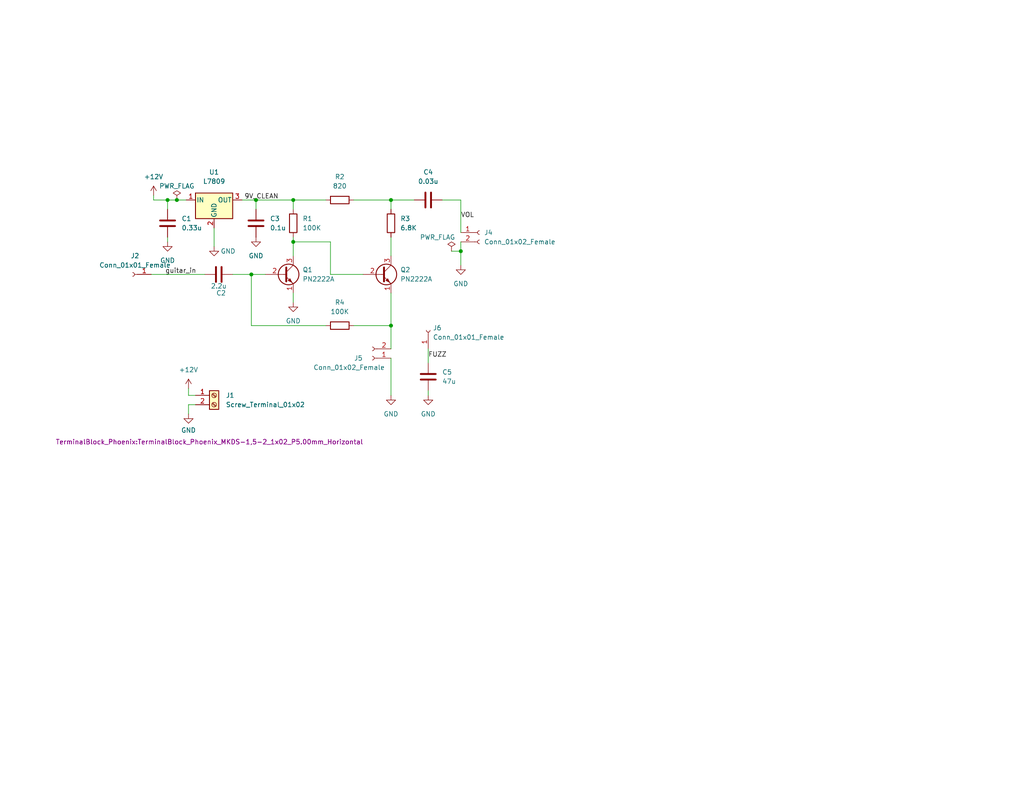
<source format=kicad_sch>
(kicad_sch (version 20211123) (generator eeschema)

  (uuid 66ad17d3-bd55-40e4-b4e8-048aca2b4ad9)

  (paper "A")

  (title_block
    (title "Fuzz Pedal")
    (date "2022-09-29")
    (rev "1")
  )

  (lib_symbols
    (symbol "Connector:Conn_01x01_Female" (pin_names (offset 1.016) hide) (in_bom yes) (on_board yes)
      (property "Reference" "J" (id 0) (at 0 2.54 0)
        (effects (font (size 1.27 1.27)))
      )
      (property "Value" "Conn_01x01_Female" (id 1) (at 0 -2.54 0)
        (effects (font (size 1.27 1.27)))
      )
      (property "Footprint" "" (id 2) (at 0 0 0)
        (effects (font (size 1.27 1.27)) hide)
      )
      (property "Datasheet" "~" (id 3) (at 0 0 0)
        (effects (font (size 1.27 1.27)) hide)
      )
      (property "ki_keywords" "connector" (id 4) (at 0 0 0)
        (effects (font (size 1.27 1.27)) hide)
      )
      (property "ki_description" "Generic connector, single row, 01x01, script generated (kicad-library-utils/schlib/autogen/connector/)" (id 5) (at 0 0 0)
        (effects (font (size 1.27 1.27)) hide)
      )
      (property "ki_fp_filters" "Connector*:*" (id 6) (at 0 0 0)
        (effects (font (size 1.27 1.27)) hide)
      )
      (symbol "Conn_01x01_Female_1_1"
        (polyline
          (pts
            (xy -1.27 0)
            (xy -0.508 0)
          )
          (stroke (width 0.1524) (type default) (color 0 0 0 0))
          (fill (type none))
        )
        (arc (start 0 0.508) (mid -0.508 0) (end 0 -0.508)
          (stroke (width 0.1524) (type default) (color 0 0 0 0))
          (fill (type none))
        )
        (pin passive line (at -5.08 0 0) (length 3.81)
          (name "Pin_1" (effects (font (size 1.27 1.27))))
          (number "1" (effects (font (size 1.27 1.27))))
        )
      )
    )
    (symbol "Connector:Conn_01x02_Female" (pin_names (offset 1.016) hide) (in_bom yes) (on_board yes)
      (property "Reference" "J" (id 0) (at 0 2.54 0)
        (effects (font (size 1.27 1.27)))
      )
      (property "Value" "Conn_01x02_Female" (id 1) (at 0 -5.08 0)
        (effects (font (size 1.27 1.27)))
      )
      (property "Footprint" "" (id 2) (at 0 0 0)
        (effects (font (size 1.27 1.27)) hide)
      )
      (property "Datasheet" "~" (id 3) (at 0 0 0)
        (effects (font (size 1.27 1.27)) hide)
      )
      (property "ki_keywords" "connector" (id 4) (at 0 0 0)
        (effects (font (size 1.27 1.27)) hide)
      )
      (property "ki_description" "Generic connector, single row, 01x02, script generated (kicad-library-utils/schlib/autogen/connector/)" (id 5) (at 0 0 0)
        (effects (font (size 1.27 1.27)) hide)
      )
      (property "ki_fp_filters" "Connector*:*_1x??_*" (id 6) (at 0 0 0)
        (effects (font (size 1.27 1.27)) hide)
      )
      (symbol "Conn_01x02_Female_1_1"
        (arc (start 0 -2.032) (mid -0.508 -2.54) (end 0 -3.048)
          (stroke (width 0.1524) (type default) (color 0 0 0 0))
          (fill (type none))
        )
        (polyline
          (pts
            (xy -1.27 -2.54)
            (xy -0.508 -2.54)
          )
          (stroke (width 0.1524) (type default) (color 0 0 0 0))
          (fill (type none))
        )
        (polyline
          (pts
            (xy -1.27 0)
            (xy -0.508 0)
          )
          (stroke (width 0.1524) (type default) (color 0 0 0 0))
          (fill (type none))
        )
        (arc (start 0 0.508) (mid -0.508 0) (end 0 -0.508)
          (stroke (width 0.1524) (type default) (color 0 0 0 0))
          (fill (type none))
        )
        (pin passive line (at -5.08 0 0) (length 3.81)
          (name "Pin_1" (effects (font (size 1.27 1.27))))
          (number "1" (effects (font (size 1.27 1.27))))
        )
        (pin passive line (at -5.08 -2.54 0) (length 3.81)
          (name "Pin_2" (effects (font (size 1.27 1.27))))
          (number "2" (effects (font (size 1.27 1.27))))
        )
      )
    )
    (symbol "Connector:Screw_Terminal_01x02" (pin_names (offset 1.016) hide) (in_bom yes) (on_board yes)
      (property "Reference" "J" (id 0) (at 0 2.54 0)
        (effects (font (size 1.27 1.27)))
      )
      (property "Value" "Screw_Terminal_01x02" (id 1) (at 0 -5.08 0)
        (effects (font (size 1.27 1.27)))
      )
      (property "Footprint" "" (id 2) (at 0 0 0)
        (effects (font (size 1.27 1.27)) hide)
      )
      (property "Datasheet" "~" (id 3) (at 0 0 0)
        (effects (font (size 1.27 1.27)) hide)
      )
      (property "ki_keywords" "screw terminal" (id 4) (at 0 0 0)
        (effects (font (size 1.27 1.27)) hide)
      )
      (property "ki_description" "Generic screw terminal, single row, 01x02, script generated (kicad-library-utils/schlib/autogen/connector/)" (id 5) (at 0 0 0)
        (effects (font (size 1.27 1.27)) hide)
      )
      (property "ki_fp_filters" "TerminalBlock*:*" (id 6) (at 0 0 0)
        (effects (font (size 1.27 1.27)) hide)
      )
      (symbol "Screw_Terminal_01x02_1_1"
        (rectangle (start -1.27 1.27) (end 1.27 -3.81)
          (stroke (width 0.254) (type default) (color 0 0 0 0))
          (fill (type background))
        )
        (circle (center 0 -2.54) (radius 0.635)
          (stroke (width 0.1524) (type default) (color 0 0 0 0))
          (fill (type none))
        )
        (polyline
          (pts
            (xy -0.5334 -2.2098)
            (xy 0.3302 -3.048)
          )
          (stroke (width 0.1524) (type default) (color 0 0 0 0))
          (fill (type none))
        )
        (polyline
          (pts
            (xy -0.5334 0.3302)
            (xy 0.3302 -0.508)
          )
          (stroke (width 0.1524) (type default) (color 0 0 0 0))
          (fill (type none))
        )
        (polyline
          (pts
            (xy -0.3556 -2.032)
            (xy 0.508 -2.8702)
          )
          (stroke (width 0.1524) (type default) (color 0 0 0 0))
          (fill (type none))
        )
        (polyline
          (pts
            (xy -0.3556 0.508)
            (xy 0.508 -0.3302)
          )
          (stroke (width 0.1524) (type default) (color 0 0 0 0))
          (fill (type none))
        )
        (circle (center 0 0) (radius 0.635)
          (stroke (width 0.1524) (type default) (color 0 0 0 0))
          (fill (type none))
        )
        (pin passive line (at -5.08 0 0) (length 3.81)
          (name "Pin_1" (effects (font (size 1.27 1.27))))
          (number "1" (effects (font (size 1.27 1.27))))
        )
        (pin passive line (at -5.08 -2.54 0) (length 3.81)
          (name "Pin_2" (effects (font (size 1.27 1.27))))
          (number "2" (effects (font (size 1.27 1.27))))
        )
      )
    )
    (symbol "Device:C" (pin_numbers hide) (pin_names (offset 0.254)) (in_bom yes) (on_board yes)
      (property "Reference" "C" (id 0) (at 0.635 2.54 0)
        (effects (font (size 1.27 1.27)) (justify left))
      )
      (property "Value" "C" (id 1) (at 0.635 -2.54 0)
        (effects (font (size 1.27 1.27)) (justify left))
      )
      (property "Footprint" "" (id 2) (at 0.9652 -3.81 0)
        (effects (font (size 1.27 1.27)) hide)
      )
      (property "Datasheet" "~" (id 3) (at 0 0 0)
        (effects (font (size 1.27 1.27)) hide)
      )
      (property "ki_keywords" "cap capacitor" (id 4) (at 0 0 0)
        (effects (font (size 1.27 1.27)) hide)
      )
      (property "ki_description" "Unpolarized capacitor" (id 5) (at 0 0 0)
        (effects (font (size 1.27 1.27)) hide)
      )
      (property "ki_fp_filters" "C_*" (id 6) (at 0 0 0)
        (effects (font (size 1.27 1.27)) hide)
      )
      (symbol "C_0_1"
        (polyline
          (pts
            (xy -2.032 -0.762)
            (xy 2.032 -0.762)
          )
          (stroke (width 0.508) (type default) (color 0 0 0 0))
          (fill (type none))
        )
        (polyline
          (pts
            (xy -2.032 0.762)
            (xy 2.032 0.762)
          )
          (stroke (width 0.508) (type default) (color 0 0 0 0))
          (fill (type none))
        )
      )
      (symbol "C_1_1"
        (pin passive line (at 0 3.81 270) (length 2.794)
          (name "~" (effects (font (size 1.27 1.27))))
          (number "1" (effects (font (size 1.27 1.27))))
        )
        (pin passive line (at 0 -3.81 90) (length 2.794)
          (name "~" (effects (font (size 1.27 1.27))))
          (number "2" (effects (font (size 1.27 1.27))))
        )
      )
    )
    (symbol "Device:R" (pin_numbers hide) (pin_names (offset 0)) (in_bom yes) (on_board yes)
      (property "Reference" "R" (id 0) (at 2.032 0 90)
        (effects (font (size 1.27 1.27)))
      )
      (property "Value" "R" (id 1) (at 0 0 90)
        (effects (font (size 1.27 1.27)))
      )
      (property "Footprint" "" (id 2) (at -1.778 0 90)
        (effects (font (size 1.27 1.27)) hide)
      )
      (property "Datasheet" "~" (id 3) (at 0 0 0)
        (effects (font (size 1.27 1.27)) hide)
      )
      (property "ki_keywords" "R res resistor" (id 4) (at 0 0 0)
        (effects (font (size 1.27 1.27)) hide)
      )
      (property "ki_description" "Resistor" (id 5) (at 0 0 0)
        (effects (font (size 1.27 1.27)) hide)
      )
      (property "ki_fp_filters" "R_*" (id 6) (at 0 0 0)
        (effects (font (size 1.27 1.27)) hide)
      )
      (symbol "R_0_1"
        (rectangle (start -1.016 -2.54) (end 1.016 2.54)
          (stroke (width 0.254) (type default) (color 0 0 0 0))
          (fill (type none))
        )
      )
      (symbol "R_1_1"
        (pin passive line (at 0 3.81 270) (length 1.27)
          (name "~" (effects (font (size 1.27 1.27))))
          (number "1" (effects (font (size 1.27 1.27))))
        )
        (pin passive line (at 0 -3.81 90) (length 1.27)
          (name "~" (effects (font (size 1.27 1.27))))
          (number "2" (effects (font (size 1.27 1.27))))
        )
      )
    )
    (symbol "Regulator_Linear:L7809" (pin_names (offset 0.254)) (in_bom yes) (on_board yes)
      (property "Reference" "U" (id 0) (at -3.81 3.175 0)
        (effects (font (size 1.27 1.27)))
      )
      (property "Value" "L7809" (id 1) (at 0 3.175 0)
        (effects (font (size 1.27 1.27)) (justify left))
      )
      (property "Footprint" "" (id 2) (at 0.635 -3.81 0)
        (effects (font (size 1.27 1.27) italic) (justify left) hide)
      )
      (property "Datasheet" "http://www.st.com/content/ccc/resource/technical/document/datasheet/41/4f/b3/b0/12/d4/47/88/CD00000444.pdf/files/CD00000444.pdf/jcr:content/translations/en.CD00000444.pdf" (id 3) (at 0 -1.27 0)
        (effects (font (size 1.27 1.27)) hide)
      )
      (property "ki_keywords" "Voltage Regulator 1.5A Positive" (id 4) (at 0 0 0)
        (effects (font (size 1.27 1.27)) hide)
      )
      (property "ki_description" "Positive 1.5A 35V Linear Regulator, Fixed Output 9V, TO-220/TO-263/TO-252" (id 5) (at 0 0 0)
        (effects (font (size 1.27 1.27)) hide)
      )
      (property "ki_fp_filters" "TO?252* TO?263* TO?220*" (id 6) (at 0 0 0)
        (effects (font (size 1.27 1.27)) hide)
      )
      (symbol "L7809_0_1"
        (rectangle (start -5.08 1.905) (end 5.08 -5.08)
          (stroke (width 0.254) (type default) (color 0 0 0 0))
          (fill (type background))
        )
      )
      (symbol "L7809_1_1"
        (pin power_in line (at -7.62 0 0) (length 2.54)
          (name "IN" (effects (font (size 1.27 1.27))))
          (number "1" (effects (font (size 1.27 1.27))))
        )
        (pin power_in line (at 0 -7.62 90) (length 2.54)
          (name "GND" (effects (font (size 1.27 1.27))))
          (number "2" (effects (font (size 1.27 1.27))))
        )
        (pin power_out line (at 7.62 0 180) (length 2.54)
          (name "OUT" (effects (font (size 1.27 1.27))))
          (number "3" (effects (font (size 1.27 1.27))))
        )
      )
    )
    (symbol "Transistor_BJT:PN2222A" (pin_names (offset 0) hide) (in_bom yes) (on_board yes)
      (property "Reference" "Q" (id 0) (at 5.08 1.905 0)
        (effects (font (size 1.27 1.27)) (justify left))
      )
      (property "Value" "PN2222A" (id 1) (at 5.08 0 0)
        (effects (font (size 1.27 1.27)) (justify left))
      )
      (property "Footprint" "Package_TO_SOT_THT:TO-92_Inline" (id 2) (at 5.08 -1.905 0)
        (effects (font (size 1.27 1.27) italic) (justify left) hide)
      )
      (property "Datasheet" "https://www.onsemi.com/pub/Collateral/PN2222-D.PDF" (id 3) (at 0 0 0)
        (effects (font (size 1.27 1.27)) (justify left) hide)
      )
      (property "ki_keywords" "NPN Transistor" (id 4) (at 0 0 0)
        (effects (font (size 1.27 1.27)) hide)
      )
      (property "ki_description" "1A Ic, 40V Vce, NPN Transistor, General Purpose Transistor, TO-92" (id 5) (at 0 0 0)
        (effects (font (size 1.27 1.27)) hide)
      )
      (property "ki_fp_filters" "TO?92*" (id 6) (at 0 0 0)
        (effects (font (size 1.27 1.27)) hide)
      )
      (symbol "PN2222A_0_1"
        (polyline
          (pts
            (xy 0 0)
            (xy 0.635 0)
          )
          (stroke (width 0) (type default) (color 0 0 0 0))
          (fill (type none))
        )
        (polyline
          (pts
            (xy 2.54 -2.54)
            (xy 0.635 -0.635)
          )
          (stroke (width 0) (type default) (color 0 0 0 0))
          (fill (type none))
        )
        (polyline
          (pts
            (xy 2.54 2.54)
            (xy 0.635 0.635)
          )
          (stroke (width 0) (type default) (color 0 0 0 0))
          (fill (type none))
        )
        (polyline
          (pts
            (xy 0.635 1.905)
            (xy 0.635 -1.905)
            (xy 0.635 -1.905)
          )
          (stroke (width 0.508) (type default) (color 0 0 0 0))
          (fill (type none))
        )
        (polyline
          (pts
            (xy 2.413 -2.413)
            (xy 1.905 -1.905)
            (xy 1.905 -1.905)
          )
          (stroke (width 0) (type default) (color 0 0 0 0))
          (fill (type none))
        )
        (polyline
          (pts
            (xy 1.143 -1.651)
            (xy 1.651 -1.143)
            (xy 2.159 -2.159)
            (xy 1.143 -1.651)
            (xy 1.143 -1.651)
          )
          (stroke (width 0) (type default) (color 0 0 0 0))
          (fill (type outline))
        )
        (circle (center 1.27 0) (radius 2.8194)
          (stroke (width 0.254) (type default) (color 0 0 0 0))
          (fill (type none))
        )
      )
      (symbol "PN2222A_1_1"
        (pin passive line (at 2.54 -5.08 90) (length 2.54)
          (name "E" (effects (font (size 1.27 1.27))))
          (number "1" (effects (font (size 1.27 1.27))))
        )
        (pin input line (at -5.08 0 0) (length 5.08)
          (name "B" (effects (font (size 1.27 1.27))))
          (number "2" (effects (font (size 1.27 1.27))))
        )
        (pin passive line (at 2.54 5.08 270) (length 2.54)
          (name "C" (effects (font (size 1.27 1.27))))
          (number "3" (effects (font (size 1.27 1.27))))
        )
      )
    )
    (symbol "power:+12V" (power) (pin_names (offset 0)) (in_bom yes) (on_board yes)
      (property "Reference" "#PWR" (id 0) (at 0 -3.81 0)
        (effects (font (size 1.27 1.27)) hide)
      )
      (property "Value" "+12V" (id 1) (at 0 3.556 0)
        (effects (font (size 1.27 1.27)))
      )
      (property "Footprint" "" (id 2) (at 0 0 0)
        (effects (font (size 1.27 1.27)) hide)
      )
      (property "Datasheet" "" (id 3) (at 0 0 0)
        (effects (font (size 1.27 1.27)) hide)
      )
      (property "ki_keywords" "power-flag" (id 4) (at 0 0 0)
        (effects (font (size 1.27 1.27)) hide)
      )
      (property "ki_description" "Power symbol creates a global label with name \"+12V\"" (id 5) (at 0 0 0)
        (effects (font (size 1.27 1.27)) hide)
      )
      (symbol "+12V_0_1"
        (polyline
          (pts
            (xy -0.762 1.27)
            (xy 0 2.54)
          )
          (stroke (width 0) (type default) (color 0 0 0 0))
          (fill (type none))
        )
        (polyline
          (pts
            (xy 0 0)
            (xy 0 2.54)
          )
          (stroke (width 0) (type default) (color 0 0 0 0))
          (fill (type none))
        )
        (polyline
          (pts
            (xy 0 2.54)
            (xy 0.762 1.27)
          )
          (stroke (width 0) (type default) (color 0 0 0 0))
          (fill (type none))
        )
      )
      (symbol "+12V_1_1"
        (pin power_in line (at 0 0 90) (length 0) hide
          (name "+12V" (effects (font (size 1.27 1.27))))
          (number "1" (effects (font (size 1.27 1.27))))
        )
      )
    )
    (symbol "power:GND" (power) (pin_names (offset 0)) (in_bom yes) (on_board yes)
      (property "Reference" "#PWR" (id 0) (at 0 -6.35 0)
        (effects (font (size 1.27 1.27)) hide)
      )
      (property "Value" "GND" (id 1) (at 0 -3.81 0)
        (effects (font (size 1.27 1.27)))
      )
      (property "Footprint" "" (id 2) (at 0 0 0)
        (effects (font (size 1.27 1.27)) hide)
      )
      (property "Datasheet" "" (id 3) (at 0 0 0)
        (effects (font (size 1.27 1.27)) hide)
      )
      (property "ki_keywords" "power-flag" (id 4) (at 0 0 0)
        (effects (font (size 1.27 1.27)) hide)
      )
      (property "ki_description" "Power symbol creates a global label with name \"GND\" , ground" (id 5) (at 0 0 0)
        (effects (font (size 1.27 1.27)) hide)
      )
      (symbol "GND_0_1"
        (polyline
          (pts
            (xy 0 0)
            (xy 0 -1.27)
            (xy 1.27 -1.27)
            (xy 0 -2.54)
            (xy -1.27 -1.27)
            (xy 0 -1.27)
          )
          (stroke (width 0) (type default) (color 0 0 0 0))
          (fill (type none))
        )
      )
      (symbol "GND_1_1"
        (pin power_in line (at 0 0 270) (length 0) hide
          (name "GND" (effects (font (size 1.27 1.27))))
          (number "1" (effects (font (size 1.27 1.27))))
        )
      )
    )
    (symbol "power:PWR_FLAG" (power) (pin_numbers hide) (pin_names (offset 0) hide) (in_bom yes) (on_board yes)
      (property "Reference" "#FLG" (id 0) (at 0 1.905 0)
        (effects (font (size 1.27 1.27)) hide)
      )
      (property "Value" "PWR_FLAG" (id 1) (at 0 3.81 0)
        (effects (font (size 1.27 1.27)))
      )
      (property "Footprint" "" (id 2) (at 0 0 0)
        (effects (font (size 1.27 1.27)) hide)
      )
      (property "Datasheet" "~" (id 3) (at 0 0 0)
        (effects (font (size 1.27 1.27)) hide)
      )
      (property "ki_keywords" "power-flag" (id 4) (at 0 0 0)
        (effects (font (size 1.27 1.27)) hide)
      )
      (property "ki_description" "Special symbol for telling ERC where power comes from" (id 5) (at 0 0 0)
        (effects (font (size 1.27 1.27)) hide)
      )
      (symbol "PWR_FLAG_0_0"
        (pin power_out line (at 0 0 90) (length 0)
          (name "pwr" (effects (font (size 1.27 1.27))))
          (number "1" (effects (font (size 1.27 1.27))))
        )
      )
      (symbol "PWR_FLAG_0_1"
        (polyline
          (pts
            (xy 0 0)
            (xy 0 1.27)
            (xy -1.016 1.905)
            (xy 0 2.54)
            (xy 1.016 1.905)
            (xy 0 1.27)
          )
          (stroke (width 0) (type default) (color 0 0 0 0))
          (fill (type none))
        )
      )
    )
  )

  (junction (at 106.68 54.61) (diameter 0) (color 0 0 0 0)
    (uuid 1d662fa7-9a67-4024-a882-73276d659132)
  )
  (junction (at 125.73 68.58) (diameter 0) (color 0 0 0 0)
    (uuid 3c70b075-d525-46f1-b646-76c4b24afae3)
  )
  (junction (at 106.68 88.9) (diameter 0) (color 0 0 0 0)
    (uuid 68aec074-9dc3-43f7-bba0-33d00f55c97f)
  )
  (junction (at 69.85 54.61) (diameter 0) (color 0 0 0 0)
    (uuid 76a64d76-0a1d-4003-8eac-43dd62728052)
  )
  (junction (at 80.01 66.04) (diameter 0) (color 0 0 0 0)
    (uuid 990dacde-459c-4abe-97b7-6ad95aec9391)
  )
  (junction (at 68.58 74.93) (diameter 0) (color 0 0 0 0)
    (uuid 9b0a3d51-4846-450e-b721-f2849e97dbba)
  )
  (junction (at 45.72 54.61) (diameter 0) (color 0 0 0 0)
    (uuid a70bfa3f-f078-4837-9784-c34cea1c4db2)
  )
  (junction (at 80.01 54.61) (diameter 0) (color 0 0 0 0)
    (uuid e948b029-6126-4d6f-bf4b-35783ec94442)
  )
  (junction (at 48.26 54.61) (diameter 0) (color 0 0 0 0)
    (uuid fc5bc032-d4f4-4683-ada4-cef3a7bbe98b)
  )

  (wire (pts (xy 45.72 66.04) (xy 45.72 64.77))
    (stroke (width 0) (type default) (color 0 0 0 0))
    (uuid 005ba9a1-95ed-4615-a1d2-1a02ac00ddf9)
  )
  (wire (pts (xy 41.91 54.61) (xy 45.72 54.61))
    (stroke (width 0) (type default) (color 0 0 0 0))
    (uuid 08f317a0-cde9-4193-8840-4a87973036cd)
  )
  (wire (pts (xy 50.8 54.61) (xy 48.26 54.61))
    (stroke (width 0) (type default) (color 0 0 0 0))
    (uuid 0d17a88f-266a-4f85-a6a1-7b1f87437f12)
  )
  (wire (pts (xy 123.19 68.58) (xy 125.73 68.58))
    (stroke (width 0) (type default) (color 0 0 0 0))
    (uuid 167753f8-1dd6-458f-b824-d136ff548390)
  )
  (wire (pts (xy 96.52 54.61) (xy 106.68 54.61))
    (stroke (width 0) (type default) (color 0 0 0 0))
    (uuid 213c757e-3116-4ef0-b9b9-1a6c58c3ca68)
  )
  (wire (pts (xy 90.17 66.04) (xy 80.01 66.04))
    (stroke (width 0) (type default) (color 0 0 0 0))
    (uuid 2b51056a-9abe-4b29-a61a-4587e4a758cd)
  )
  (wire (pts (xy 80.01 57.15) (xy 80.01 54.61))
    (stroke (width 0) (type default) (color 0 0 0 0))
    (uuid 2c391c2a-4cfb-4361-b81d-e53d18169734)
  )
  (wire (pts (xy 58.42 62.23) (xy 58.42 67.31))
    (stroke (width 0) (type default) (color 0 0 0 0))
    (uuid 2e38cee4-753f-4120-83d3-13058d62f635)
  )
  (wire (pts (xy 66.04 54.61) (xy 69.85 54.61))
    (stroke (width 0) (type default) (color 0 0 0 0))
    (uuid 2ec04f35-1f24-434d-9ec7-3300f086e8e3)
  )
  (wire (pts (xy 68.58 88.9) (xy 88.9 88.9))
    (stroke (width 0) (type default) (color 0 0 0 0))
    (uuid 509b9586-3568-4fd9-a238-0a5ace644c48)
  )
  (wire (pts (xy 125.73 68.58) (xy 125.73 72.39))
    (stroke (width 0) (type default) (color 0 0 0 0))
    (uuid 57cd42bb-366a-47e2-8ace-ec424bbcde90)
  )
  (wire (pts (xy 99.06 74.93) (xy 90.17 74.93))
    (stroke (width 0) (type default) (color 0 0 0 0))
    (uuid 597ec21e-569c-4e8b-9100-fee22dfb23d1)
  )
  (wire (pts (xy 48.26 54.61) (xy 45.72 54.61))
    (stroke (width 0) (type default) (color 0 0 0 0))
    (uuid 5981684a-5f84-48e9-b0ed-6fb404683a89)
  )
  (wire (pts (xy 45.72 54.61) (xy 45.72 57.15))
    (stroke (width 0) (type default) (color 0 0 0 0))
    (uuid 5a038040-ccb3-45d7-968f-652e097a1303)
  )
  (wire (pts (xy 69.85 54.61) (xy 80.01 54.61))
    (stroke (width 0) (type default) (color 0 0 0 0))
    (uuid 6586ed39-0d54-477f-9493-62ebd6b330cc)
  )
  (wire (pts (xy 53.34 110.49) (xy 51.435 110.49))
    (stroke (width 0) (type default) (color 0 0 0 0))
    (uuid 685cfe8e-c0db-4b9d-8871-7b481116c638)
  )
  (wire (pts (xy 120.65 54.61) (xy 125.73 54.61))
    (stroke (width 0) (type default) (color 0 0 0 0))
    (uuid 6de8feaf-5cbb-426f-948a-3130622ddcd0)
  )
  (wire (pts (xy 96.52 88.9) (xy 106.68 88.9))
    (stroke (width 0) (type default) (color 0 0 0 0))
    (uuid 73872320-42de-4483-8a60-c227cb6189b4)
  )
  (wire (pts (xy 125.73 54.61) (xy 125.73 63.5))
    (stroke (width 0) (type default) (color 0 0 0 0))
    (uuid 7c6a5cf0-33e6-43bf-94fd-35e35f81aae7)
  )
  (wire (pts (xy 80.01 66.04) (xy 80.01 69.85))
    (stroke (width 0) (type default) (color 0 0 0 0))
    (uuid 8792ba00-3295-4d2d-9d5e-8aea6f33ac36)
  )
  (wire (pts (xy 90.17 74.93) (xy 90.17 66.04))
    (stroke (width 0) (type default) (color 0 0 0 0))
    (uuid 8ac9942f-d7ee-436b-a289-4670e2dc1468)
  )
  (wire (pts (xy 41.275 74.93) (xy 55.88 74.93))
    (stroke (width 0) (type default) (color 0 0 0 0))
    (uuid 90d00b05-537a-492c-be90-0a8011d0bcc3)
  )
  (wire (pts (xy 41.91 53.34) (xy 41.91 54.61))
    (stroke (width 0) (type default) (color 0 0 0 0))
    (uuid 92f3ba60-6728-4f9e-96c6-aa51b4b55a5f)
  )
  (wire (pts (xy 106.68 97.79) (xy 106.68 107.95))
    (stroke (width 0) (type default) (color 0 0 0 0))
    (uuid 98e436ec-21bd-4579-b00c-6611bcc13239)
  )
  (wire (pts (xy 63.5 74.93) (xy 68.58 74.93))
    (stroke (width 0) (type default) (color 0 0 0 0))
    (uuid 9e119271-828b-44c4-8b12-0fd151839cba)
  )
  (wire (pts (xy 68.58 74.93) (xy 72.39 74.93))
    (stroke (width 0) (type default) (color 0 0 0 0))
    (uuid a0460fe9-04eb-481e-b40a-a2b34110df6b)
  )
  (wire (pts (xy 51.435 107.95) (xy 53.34 107.95))
    (stroke (width 0) (type default) (color 0 0 0 0))
    (uuid a0d3210b-68bd-4c3c-8756-bc4433bad176)
  )
  (wire (pts (xy 69.85 54.61) (xy 69.85 57.15))
    (stroke (width 0) (type default) (color 0 0 0 0))
    (uuid a1dfd594-bfa5-4d46-bba5-8eb8ac17fcae)
  )
  (wire (pts (xy 68.58 74.93) (xy 68.58 88.9))
    (stroke (width 0) (type default) (color 0 0 0 0))
    (uuid a4d29396-d1a0-4751-ba15-3704fe6f90ac)
  )
  (wire (pts (xy 80.01 54.61) (xy 88.9 54.61))
    (stroke (width 0) (type default) (color 0 0 0 0))
    (uuid ad1ece6c-5075-4eb9-8a40-a86190dda766)
  )
  (wire (pts (xy 116.84 106.68) (xy 116.84 107.95))
    (stroke (width 0) (type default) (color 0 0 0 0))
    (uuid b67c023f-06a9-4cc9-b883-bc149b3b7d0e)
  )
  (wire (pts (xy 125.73 66.04) (xy 125.73 68.58))
    (stroke (width 0) (type default) (color 0 0 0 0))
    (uuid b8ac00d6-6daf-4ebd-b34f-401d123a1dea)
  )
  (wire (pts (xy 106.68 64.77) (xy 106.68 69.85))
    (stroke (width 0) (type default) (color 0 0 0 0))
    (uuid bb14c5e1-91a8-436f-a11a-504f24758339)
  )
  (wire (pts (xy 51.435 110.49) (xy 51.435 113.03))
    (stroke (width 0) (type default) (color 0 0 0 0))
    (uuid c8808bc4-b9d9-4334-bde7-e102974bb478)
  )
  (wire (pts (xy 80.01 80.01) (xy 80.01 82.55))
    (stroke (width 0) (type default) (color 0 0 0 0))
    (uuid d24e6b8d-18a2-45b0-bece-d4d608860e2f)
  )
  (wire (pts (xy 106.68 54.61) (xy 106.68 57.15))
    (stroke (width 0) (type default) (color 0 0 0 0))
    (uuid d4f1449e-edb6-41a6-b07d-c02cb20b4e59)
  )
  (wire (pts (xy 106.68 88.9) (xy 106.68 95.25))
    (stroke (width 0) (type default) (color 0 0 0 0))
    (uuid d8d8b736-a816-42e0-b64f-c4775f95fdee)
  )
  (wire (pts (xy 116.84 95.25) (xy 116.84 99.06))
    (stroke (width 0) (type default) (color 0 0 0 0))
    (uuid e7db28aa-2966-42e9-be73-91ba87fc9ae2)
  )
  (wire (pts (xy 51.435 106.045) (xy 51.435 107.95))
    (stroke (width 0) (type default) (color 0 0 0 0))
    (uuid e7eb2a89-e269-470d-9fcb-ad3ceeade8bd)
  )
  (wire (pts (xy 80.01 64.77) (xy 80.01 66.04))
    (stroke (width 0) (type default) (color 0 0 0 0))
    (uuid ea8b4e6c-d37d-4f3a-b8e8-7dc2179ff0a6)
  )
  (wire (pts (xy 106.68 54.61) (xy 113.03 54.61))
    (stroke (width 0) (type default) (color 0 0 0 0))
    (uuid f3baac62-81c9-46a3-b55d-b970492d6c41)
  )
  (wire (pts (xy 106.68 80.01) (xy 106.68 88.9))
    (stroke (width 0) (type default) (color 0 0 0 0))
    (uuid fbde7ec8-850e-40fe-8d45-2d455e5c1a6b)
  )

  (label "9V_CLEAN" (at 66.675 54.61 0)
    (effects (font (size 1.27 1.27)) (justify left bottom))
    (uuid 35859132-0da4-49b9-a178-b100c4d57726)
  )
  (label "FUZZ" (at 116.84 97.79 0)
    (effects (font (size 1.27 1.27)) (justify left bottom))
    (uuid 645279bc-99b7-4b5a-ba3d-681a410c5e14)
  )
  (label "guitar_in" (at 45.085 74.93 0)
    (effects (font (size 1.27 1.27)) (justify left bottom))
    (uuid 66c59651-4f38-4345-a348-661ae58e02a9)
  )
  (label "VOL" (at 125.73 59.69 0)
    (effects (font (size 1.27 1.27)) (justify left bottom))
    (uuid fd5ddbc2-adf8-4b91-aaff-8419cc32d837)
  )

  (symbol (lib_id "power:GND") (at 45.72 66.04 0) (unit 1)
    (in_bom yes) (on_board yes) (fields_autoplaced)
    (uuid 0b5c4fbb-21bd-4f81-b37d-17aeba37d72c)
    (property "Reference" "#PWR0103" (id 0) (at 45.72 72.39 0)
      (effects (font (size 1.27 1.27)) hide)
    )
    (property "Value" "GND" (id 1) (at 45.72 71.12 0))
    (property "Footprint" "" (id 2) (at 45.72 66.04 0)
      (effects (font (size 1.27 1.27)) hide)
    )
    (property "Datasheet" "" (id 3) (at 45.72 66.04 0)
      (effects (font (size 1.27 1.27)) hide)
    )
    (pin "1" (uuid eb3f1476-01dd-41dc-9b75-addb4e8f8e02))
  )

  (symbol (lib_id "Device:C") (at 59.69 74.93 270) (unit 1)
    (in_bom yes) (on_board yes)
    (uuid 0f4294be-96b6-40b8-8df9-e9a0db89237b)
    (property "Reference" "C2" (id 0) (at 60.325 80.01 90))
    (property "Value" "2.2u" (id 1) (at 59.69 78.105 90))
    (property "Footprint" "Capacitor_SMD:C_0805_2012Metric_Pad1.18x1.45mm_HandSolder" (id 2) (at 55.88 75.8952 0)
      (effects (font (size 1.27 1.27)) hide)
    )
    (property "Datasheet" "~" (id 3) (at 59.69 74.93 0)
      (effects (font (size 1.27 1.27)) hide)
    )
    (pin "1" (uuid 8e2ea720-900b-4e05-9c5f-1f336fa30123))
    (pin "2" (uuid c7c464e0-1bb1-4943-acd1-491f16d3899c))
  )

  (symbol (lib_id "Connector:Conn_01x01_Female") (at 36.195 74.93 180) (unit 1)
    (in_bom yes) (on_board yes) (fields_autoplaced)
    (uuid 0f4a8c08-7849-4687-950b-e8cc9cd84054)
    (property "Reference" "J2" (id 0) (at 36.83 69.85 0))
    (property "Value" "Conn_01x01_Female" (id 1) (at 36.83 72.39 0))
    (property "Footprint" "Connector_Wire:SolderWire-2.5sqmm_1x01_D2.4mm_OD4.4mm" (id 2) (at 36.195 74.93 0)
      (effects (font (size 1.27 1.27)) hide)
    )
    (property "Datasheet" "~" (id 3) (at 36.195 74.93 0)
      (effects (font (size 1.27 1.27)) hide)
    )
    (pin "1" (uuid 12d4012a-35cc-4f4d-bc15-be634edfc9ab))
  )

  (symbol (lib_id "Device:C") (at 45.72 60.96 0) (unit 1)
    (in_bom yes) (on_board yes) (fields_autoplaced)
    (uuid 1d34995c-4512-4f69-884a-1df439cf1061)
    (property "Reference" "C1" (id 0) (at 49.53 59.6899 0)
      (effects (font (size 1.27 1.27)) (justify left))
    )
    (property "Value" "0.33u" (id 1) (at 49.53 62.2299 0)
      (effects (font (size 1.27 1.27)) (justify left))
    )
    (property "Footprint" "Capacitor_SMD:C_0805_2012Metric_Pad1.18x1.45mm_HandSolder" (id 2) (at 46.6852 64.77 0)
      (effects (font (size 1.27 1.27)) hide)
    )
    (property "Datasheet" "~" (id 3) (at 45.72 60.96 0)
      (effects (font (size 1.27 1.27)) hide)
    )
    (pin "1" (uuid 17bab882-eac0-41cf-b99a-e5b802607bca))
    (pin "2" (uuid d94ef689-80ec-48ca-8192-df28b4b62399))
  )

  (symbol (lib_id "Device:C") (at 69.85 60.96 0) (unit 1)
    (in_bom yes) (on_board yes) (fields_autoplaced)
    (uuid 20d11199-57bc-4d37-be33-83bf15d7747a)
    (property "Reference" "C3" (id 0) (at 73.66 59.6899 0)
      (effects (font (size 1.27 1.27)) (justify left))
    )
    (property "Value" "0.1u" (id 1) (at 73.66 62.2299 0)
      (effects (font (size 1.27 1.27)) (justify left))
    )
    (property "Footprint" "Capacitor_SMD:C_0805_2012Metric_Pad1.18x1.45mm_HandSolder" (id 2) (at 70.8152 64.77 0)
      (effects (font (size 1.27 1.27)) hide)
    )
    (property "Datasheet" "~" (id 3) (at 69.85 60.96 0)
      (effects (font (size 1.27 1.27)) hide)
    )
    (pin "1" (uuid f605c0f7-5f7f-417d-8b3a-2a4c0dfed1f5))
    (pin "2" (uuid 6d41aece-cb4a-400b-9a2a-fc714dbe2264))
  )

  (symbol (lib_id "power:PWR_FLAG") (at 48.26 54.61 0) (unit 1)
    (in_bom yes) (on_board yes)
    (uuid 2b901e77-3ba9-4a70-9a14-e3d7505f238a)
    (property "Reference" "#FLG01" (id 0) (at 48.26 52.705 0)
      (effects (font (size 1.27 1.27)) hide)
    )
    (property "Value" "PWR_FLAG" (id 1) (at 48.26 50.8 0))
    (property "Footprint" "" (id 2) (at 48.26 54.61 0)
      (effects (font (size 1.27 1.27)) hide)
    )
    (property "Datasheet" "~" (id 3) (at 48.26 54.61 0)
      (effects (font (size 1.27 1.27)) hide)
    )
    (pin "1" (uuid cade9432-3f0d-47e8-8b2e-5fe950b66b5f))
  )

  (symbol (lib_id "power:GND") (at 116.84 107.95 0) (unit 1)
    (in_bom yes) (on_board yes) (fields_autoplaced)
    (uuid 2df25439-be65-44a4-a500-ea05b5044c2e)
    (property "Reference" "#PWR0101" (id 0) (at 116.84 114.3 0)
      (effects (font (size 1.27 1.27)) hide)
    )
    (property "Value" "GND" (id 1) (at 116.84 113.03 0))
    (property "Footprint" "" (id 2) (at 116.84 107.95 0)
      (effects (font (size 1.27 1.27)) hide)
    )
    (property "Datasheet" "" (id 3) (at 116.84 107.95 0)
      (effects (font (size 1.27 1.27)) hide)
    )
    (pin "1" (uuid 67876422-866d-4f49-aa7e-ac650b7a6422))
  )

  (symbol (lib_id "Connector:Conn_01x02_Female") (at 130.81 63.5 0) (unit 1)
    (in_bom yes) (on_board yes) (fields_autoplaced)
    (uuid 3d0a7191-6323-4072-bcf1-4aa8cf190b0a)
    (property "Reference" "J4" (id 0) (at 132.08 63.4999 0)
      (effects (font (size 1.27 1.27)) (justify left))
    )
    (property "Value" "Conn_01x02_Female" (id 1) (at 132.08 66.0399 0)
      (effects (font (size 1.27 1.27)) (justify left))
    )
    (property "Footprint" "Connector_Wire:SolderWire-2.5sqmm_1x02_P7.2mm_D2.4mm_OD3.6mm" (id 2) (at 130.81 63.5 0)
      (effects (font (size 1.27 1.27)) hide)
    )
    (property "Datasheet" "~" (id 3) (at 130.81 63.5 0)
      (effects (font (size 1.27 1.27)) hide)
    )
    (pin "1" (uuid 031abafe-e6b0-40a1-9eeb-34ab7d77e88f))
    (pin "2" (uuid 1bfcdefd-86c6-40c8-a6bd-3e1421447cf2))
  )

  (symbol (lib_id "Regulator_Linear:L7809") (at 58.42 54.61 0) (unit 1)
    (in_bom yes) (on_board yes) (fields_autoplaced)
    (uuid 43976019-31b3-4a2e-8665-5e998d4143d2)
    (property "Reference" "U1" (id 0) (at 58.42 46.99 0))
    (property "Value" "L7809" (id 1) (at 58.42 49.53 0))
    (property "Footprint" "Package_TO_SOT_THT:TO-220-3_Vertical" (id 2) (at 59.055 58.42 0)
      (effects (font (size 1.27 1.27) italic) (justify left) hide)
    )
    (property "Datasheet" "http://www.st.com/content/ccc/resource/technical/document/datasheet/41/4f/b3/b0/12/d4/47/88/CD00000444.pdf/files/CD00000444.pdf/jcr:content/translations/en.CD00000444.pdf" (id 3) (at 58.42 55.88 0)
      (effects (font (size 1.27 1.27)) hide)
    )
    (pin "1" (uuid 55efd843-6c9a-484b-9cb0-c0b469b6222f))
    (pin "2" (uuid e3d444d1-013d-4bb7-a6b6-8dfaceb84a68))
    (pin "3" (uuid f42b98f5-b519-43db-86e2-324b8ceefd56))
  )

  (symbol (lib_id "Connector:Screw_Terminal_01x02") (at 58.42 107.95 0) (unit 1)
    (in_bom yes) (on_board yes)
    (uuid 51acbcb8-51a2-4776-be07-c3772d4bbc9b)
    (property "Reference" "J1" (id 0) (at 61.595 107.9499 0)
      (effects (font (size 1.27 1.27)) (justify left))
    )
    (property "Value" "Screw_Terminal_01x02" (id 1) (at 61.595 110.4899 0)
      (effects (font (size 1.27 1.27)) (justify left))
    )
    (property "Footprint" "TerminalBlock_Phoenix:TerminalBlock_Phoenix_MKDS-1,5-2_1x02_P5.00mm_Horizontal" (id 2) (at 57.15 120.65 0))
    (property "Datasheet" "~" (id 3) (at 58.42 107.95 0)
      (effects (font (size 1.27 1.27)) hide)
    )
    (pin "1" (uuid 73679f79-e54c-4810-a28b-6d46fa43d3c0))
    (pin "2" (uuid 7ef4eaee-c3d3-434e-bd38-92d9f273028f))
  )

  (symbol (lib_id "power:GND") (at 80.01 82.55 0) (unit 1)
    (in_bom yes) (on_board yes) (fields_autoplaced)
    (uuid 54ab760f-14c7-4161-8ad6-f529c83fe42d)
    (property "Reference" "#PWR04" (id 0) (at 80.01 88.9 0)
      (effects (font (size 1.27 1.27)) hide)
    )
    (property "Value" "GND" (id 1) (at 80.01 87.63 0))
    (property "Footprint" "" (id 2) (at 80.01 82.55 0)
      (effects (font (size 1.27 1.27)) hide)
    )
    (property "Datasheet" "" (id 3) (at 80.01 82.55 0)
      (effects (font (size 1.27 1.27)) hide)
    )
    (pin "1" (uuid 466508fb-dde6-45fb-8bab-97377694ecb1))
  )

  (symbol (lib_id "power:GND") (at 51.435 113.03 0) (unit 1)
    (in_bom yes) (on_board yes) (fields_autoplaced)
    (uuid 624e0842-6ef7-475e-824b-07b166ba8d31)
    (property "Reference" "#PWR02" (id 0) (at 51.435 119.38 0)
      (effects (font (size 1.27 1.27)) hide)
    )
    (property "Value" "GND" (id 1) (at 51.435 117.475 0))
    (property "Footprint" "" (id 2) (at 51.435 113.03 0)
      (effects (font (size 1.27 1.27)) hide)
    )
    (property "Datasheet" "" (id 3) (at 51.435 113.03 0)
      (effects (font (size 1.27 1.27)) hide)
    )
    (pin "1" (uuid f56d2089-fb25-4f76-a1b9-a39285d9f39c))
  )

  (symbol (lib_id "power:GND") (at 106.68 107.95 0) (unit 1)
    (in_bom yes) (on_board yes) (fields_autoplaced)
    (uuid 894bba04-7a7d-4942-abdd-3fe646a266b0)
    (property "Reference" "#PWR05" (id 0) (at 106.68 114.3 0)
      (effects (font (size 1.27 1.27)) hide)
    )
    (property "Value" "GND" (id 1) (at 106.68 113.03 0))
    (property "Footprint" "" (id 2) (at 106.68 107.95 0)
      (effects (font (size 1.27 1.27)) hide)
    )
    (property "Datasheet" "" (id 3) (at 106.68 107.95 0)
      (effects (font (size 1.27 1.27)) hide)
    )
    (pin "1" (uuid 1f5a97ac-fcc9-4469-96e5-2dcb59c3aea0))
  )

  (symbol (lib_id "Device:R") (at 80.01 60.96 0) (unit 1)
    (in_bom yes) (on_board yes) (fields_autoplaced)
    (uuid 8cce485a-8cb8-4ba9-b7e2-d0048252fd47)
    (property "Reference" "R1" (id 0) (at 82.55 59.6899 0)
      (effects (font (size 1.27 1.27)) (justify left))
    )
    (property "Value" "100K" (id 1) (at 82.55 62.2299 0)
      (effects (font (size 1.27 1.27)) (justify left))
    )
    (property "Footprint" "Resistor_SMD:R_0805_2012Metric_Pad1.20x1.40mm_HandSolder" (id 2) (at 78.232 60.96 90)
      (effects (font (size 1.27 1.27)) hide)
    )
    (property "Datasheet" "~" (id 3) (at 80.01 60.96 0)
      (effects (font (size 1.27 1.27)) hide)
    )
    (pin "1" (uuid b083079c-d13c-43c2-ab98-657a071e3459))
    (pin "2" (uuid a9f91b80-d688-49c4-a7cc-92c8349653c8))
  )

  (symbol (lib_id "Device:R") (at 106.68 60.96 0) (unit 1)
    (in_bom yes) (on_board yes) (fields_autoplaced)
    (uuid 8ee9b2a1-9c2c-4543-a16c-e0f2523edd37)
    (property "Reference" "R3" (id 0) (at 109.22 59.6899 0)
      (effects (font (size 1.27 1.27)) (justify left))
    )
    (property "Value" "6.8K" (id 1) (at 109.22 62.2299 0)
      (effects (font (size 1.27 1.27)) (justify left))
    )
    (property "Footprint" "Resistor_SMD:R_0805_2012Metric_Pad1.20x1.40mm_HandSolder" (id 2) (at 104.902 60.96 90)
      (effects (font (size 1.27 1.27)) hide)
    )
    (property "Datasheet" "~" (id 3) (at 106.68 60.96 0)
      (effects (font (size 1.27 1.27)) hide)
    )
    (pin "1" (uuid 2d10d8a6-520f-4a4c-b912-bcf2e4916dd7))
    (pin "2" (uuid 73ee290d-5b8b-4af1-a683-8c7383ecfbba))
  )

  (symbol (lib_id "power:GND") (at 69.85 64.77 0) (unit 1)
    (in_bom yes) (on_board yes) (fields_autoplaced)
    (uuid 97561783-6fcb-4c65-8d0b-2f8d87d3a932)
    (property "Reference" "#PWR0102" (id 0) (at 69.85 71.12 0)
      (effects (font (size 1.27 1.27)) hide)
    )
    (property "Value" "GND" (id 1) (at 69.85 69.85 0))
    (property "Footprint" "" (id 2) (at 69.85 64.77 0)
      (effects (font (size 1.27 1.27)) hide)
    )
    (property "Datasheet" "" (id 3) (at 69.85 64.77 0)
      (effects (font (size 1.27 1.27)) hide)
    )
    (pin "1" (uuid 41f7020b-f344-4cc1-bd2d-1e8f8c8440b9))
  )

  (symbol (lib_id "Device:C") (at 116.84 54.61 90) (unit 1)
    (in_bom yes) (on_board yes) (fields_autoplaced)
    (uuid 9920bcd6-bdbf-4f82-9a0d-fd726131e2a4)
    (property "Reference" "C4" (id 0) (at 116.84 46.99 90))
    (property "Value" "0.03u" (id 1) (at 116.84 49.53 90))
    (property "Footprint" "Capacitor_SMD:C_0805_2012Metric_Pad1.18x1.45mm_HandSolder" (id 2) (at 120.65 53.6448 0)
      (effects (font (size 1.27 1.27)) hide)
    )
    (property "Datasheet" "~" (id 3) (at 116.84 54.61 0)
      (effects (font (size 1.27 1.27)) hide)
    )
    (pin "1" (uuid 0b711c51-0ac9-4e49-87fb-ce315dd1687a))
    (pin "2" (uuid 72adea48-3038-4c03-b823-d901264bb30e))
  )

  (symbol (lib_id "power:GND") (at 125.73 72.39 0) (unit 1)
    (in_bom yes) (on_board yes) (fields_autoplaced)
    (uuid 9acc3ca3-9168-42c4-a68f-5ef3653532ad)
    (property "Reference" "#PWR06" (id 0) (at 125.73 78.74 0)
      (effects (font (size 1.27 1.27)) hide)
    )
    (property "Value" "GND" (id 1) (at 125.73 77.47 0))
    (property "Footprint" "" (id 2) (at 125.73 72.39 0)
      (effects (font (size 1.27 1.27)) hide)
    )
    (property "Datasheet" "" (id 3) (at 125.73 72.39 0)
      (effects (font (size 1.27 1.27)) hide)
    )
    (pin "1" (uuid fff8516a-e833-4473-a921-9092352b111b))
  )

  (symbol (lib_id "power:+12V") (at 51.435 106.045 0) (unit 1)
    (in_bom yes) (on_board yes) (fields_autoplaced)
    (uuid 9e03cee7-6265-40fa-be38-c00e3928ba9a)
    (property "Reference" "#PWR07" (id 0) (at 51.435 109.855 0)
      (effects (font (size 1.27 1.27)) hide)
    )
    (property "Value" "+12V" (id 1) (at 51.435 100.965 0))
    (property "Footprint" "" (id 2) (at 51.435 106.045 0)
      (effects (font (size 1.27 1.27)) hide)
    )
    (property "Datasheet" "" (id 3) (at 51.435 106.045 0)
      (effects (font (size 1.27 1.27)) hide)
    )
    (pin "1" (uuid 875f17dd-0db2-4d97-9370-f674cc67a036))
  )

  (symbol (lib_id "Connector:Conn_01x01_Female") (at 116.84 90.17 90) (unit 1)
    (in_bom yes) (on_board yes) (fields_autoplaced)
    (uuid aab4ecf3-5495-40e4-a546-e1ec74ad2e0a)
    (property "Reference" "J6" (id 0) (at 118.11 89.5349 90)
      (effects (font (size 1.27 1.27)) (justify right))
    )
    (property "Value" "Conn_01x01_Female" (id 1) (at 118.11 92.0749 90)
      (effects (font (size 1.27 1.27)) (justify right))
    )
    (property "Footprint" "Connector_Wire:SolderWire-2.5sqmm_1x01_D2.4mm_OD4.4mm" (id 2) (at 116.84 90.17 0)
      (effects (font (size 1.27 1.27)) hide)
    )
    (property "Datasheet" "~" (id 3) (at 116.84 90.17 0)
      (effects (font (size 1.27 1.27)) hide)
    )
    (pin "1" (uuid 0f32c31f-6555-40cc-ae62-667d379e0519))
  )

  (symbol (lib_id "Device:R") (at 92.71 54.61 90) (unit 1)
    (in_bom yes) (on_board yes) (fields_autoplaced)
    (uuid b0cce547-91b1-4d6d-9f4e-9a9f03688547)
    (property "Reference" "R2" (id 0) (at 92.71 48.26 90))
    (property "Value" "820" (id 1) (at 92.71 50.8 90))
    (property "Footprint" "Resistor_SMD:R_0805_2012Metric_Pad1.20x1.40mm_HandSolder" (id 2) (at 92.71 56.388 90)
      (effects (font (size 1.27 1.27)) hide)
    )
    (property "Datasheet" "~" (id 3) (at 92.71 54.61 0)
      (effects (font (size 1.27 1.27)) hide)
    )
    (pin "1" (uuid dc3688cb-4019-4336-b3c9-e3079cf825e9))
    (pin "2" (uuid 86093d83-4661-407c-b362-af0da24f94c9))
  )

  (symbol (lib_id "power:+12V") (at 41.91 53.34 0) (unit 1)
    (in_bom yes) (on_board yes) (fields_autoplaced)
    (uuid b1f12d87-9ce4-4961-bfb5-d872c4938535)
    (property "Reference" "#PWR01" (id 0) (at 41.91 57.15 0)
      (effects (font (size 1.27 1.27)) hide)
    )
    (property "Value" "+12V" (id 1) (at 41.91 48.26 0))
    (property "Footprint" "" (id 2) (at 41.91 53.34 0)
      (effects (font (size 1.27 1.27)) hide)
    )
    (property "Datasheet" "" (id 3) (at 41.91 53.34 0)
      (effects (font (size 1.27 1.27)) hide)
    )
    (pin "1" (uuid 595ae602-8756-4bb8-9a05-04c18387a3df))
  )

  (symbol (lib_id "power:GND") (at 58.42 67.31 0) (unit 1)
    (in_bom yes) (on_board yes)
    (uuid c5c87a04-11f4-4bc2-bb2f-a01df642e1da)
    (property "Reference" "#PWR03" (id 0) (at 58.42 73.66 0)
      (effects (font (size 1.27 1.27)) hide)
    )
    (property "Value" "GND" (id 1) (at 62.23 68.58 0))
    (property "Footprint" "" (id 2) (at 58.42 67.31 0)
      (effects (font (size 1.27 1.27)) hide)
    )
    (property "Datasheet" "" (id 3) (at 58.42 67.31 0)
      (effects (font (size 1.27 1.27)) hide)
    )
    (pin "1" (uuid 32178a27-3965-4a52-847f-226041e70bd8))
  )

  (symbol (lib_id "Transistor_BJT:PN2222A") (at 104.14 74.93 0) (unit 1)
    (in_bom yes) (on_board yes) (fields_autoplaced)
    (uuid c8d2e955-2675-4213-a011-0a8f2fe88ad2)
    (property "Reference" "Q2" (id 0) (at 109.22 73.6599 0)
      (effects (font (size 1.27 1.27)) (justify left))
    )
    (property "Value" "PN2222A" (id 1) (at 109.22 76.1999 0)
      (effects (font (size 1.27 1.27)) (justify left))
    )
    (property "Footprint" "Package_TO_SOT_THT:TO-92_Inline" (id 2) (at 109.22 76.835 0)
      (effects (font (size 1.27 1.27) italic) (justify left) hide)
    )
    (property "Datasheet" "https://www.onsemi.com/pub/Collateral/PN2222-D.PDF" (id 3) (at 104.14 74.93 0)
      (effects (font (size 1.27 1.27)) (justify left) hide)
    )
    (pin "1" (uuid a7beb3ef-f711-4e8a-a4dd-270c70605a53))
    (pin "2" (uuid 31f4c50d-3f77-4eee-b1fd-19f6da83a478))
    (pin "3" (uuid 3b13b59a-d193-43a0-8ba9-616cb1c2cbb9))
  )

  (symbol (lib_id "Device:R") (at 92.71 88.9 90) (unit 1)
    (in_bom yes) (on_board yes) (fields_autoplaced)
    (uuid daa347c2-7082-4be4-b987-fdf3bbdaf3bb)
    (property "Reference" "R4" (id 0) (at 92.71 82.55 90))
    (property "Value" "100K" (id 1) (at 92.71 85.09 90))
    (property "Footprint" "Resistor_SMD:R_0805_2012Metric_Pad1.20x1.40mm_HandSolder" (id 2) (at 92.71 90.678 90)
      (effects (font (size 1.27 1.27)) hide)
    )
    (property "Datasheet" "~" (id 3) (at 92.71 88.9 0)
      (effects (font (size 1.27 1.27)) hide)
    )
    (pin "1" (uuid a8475412-729e-46a3-849d-a847274b6d66))
    (pin "2" (uuid 07fab278-0249-45b7-ab07-3e2dc202d458))
  )

  (symbol (lib_id "Connector:Conn_01x02_Female") (at 101.6 97.79 180) (unit 1)
    (in_bom yes) (on_board yes)
    (uuid dcf7f252-3fcc-4a56-b2ee-50a2e5e02775)
    (property "Reference" "J5" (id 0) (at 97.79 97.79 0))
    (property "Value" "Conn_01x02_Female" (id 1) (at 95.25 100.33 0))
    (property "Footprint" "Connector_Wire:SolderWire-2.5sqmm_1x02_P7.2mm_D2.4mm_OD3.6mm" (id 2) (at 101.6 97.79 0)
      (effects (font (size 1.27 1.27)) hide)
    )
    (property "Datasheet" "~" (id 3) (at 101.6 97.79 0)
      (effects (font (size 1.27 1.27)) hide)
    )
    (pin "1" (uuid 9dd4076d-d2d7-4316-bebb-91d5925e323c))
    (pin "2" (uuid 59532801-4ec7-41a5-876b-f29b877d5652))
  )

  (symbol (lib_id "Device:C") (at 116.84 102.87 0) (unit 1)
    (in_bom yes) (on_board yes) (fields_autoplaced)
    (uuid df6eacd3-3628-435e-be71-8f6854b4b3db)
    (property "Reference" "C5" (id 0) (at 120.65 101.5999 0)
      (effects (font (size 1.27 1.27)) (justify left))
    )
    (property "Value" "47u" (id 1) (at 120.65 104.1399 0)
      (effects (font (size 1.27 1.27)) (justify left))
    )
    (property "Footprint" "Capacitor_SMD:C_0805_2012Metric_Pad1.18x1.45mm_HandSolder" (id 2) (at 117.8052 106.68 0)
      (effects (font (size 1.27 1.27)) hide)
    )
    (property "Datasheet" "~" (id 3) (at 116.84 102.87 0)
      (effects (font (size 1.27 1.27)) hide)
    )
    (pin "1" (uuid 5575f90f-325e-4665-bd64-77cfad584d88))
    (pin "2" (uuid cc833df3-e104-464d-ba91-88522db72447))
  )

  (symbol (lib_id "Transistor_BJT:PN2222A") (at 77.47 74.93 0) (unit 1)
    (in_bom yes) (on_board yes) (fields_autoplaced)
    (uuid e2cbb665-e526-48f0-8c2b-82ea735c323d)
    (property "Reference" "Q1" (id 0) (at 82.55 73.6599 0)
      (effects (font (size 1.27 1.27)) (justify left))
    )
    (property "Value" "PN2222A" (id 1) (at 82.55 76.1999 0)
      (effects (font (size 1.27 1.27)) (justify left))
    )
    (property "Footprint" "Package_TO_SOT_THT:TO-92_Inline" (id 2) (at 82.55 76.835 0)
      (effects (font (size 1.27 1.27) italic) (justify left) hide)
    )
    (property "Datasheet" "https://www.onsemi.com/pub/Collateral/PN2222-D.PDF" (id 3) (at 77.47 74.93 0)
      (effects (font (size 1.27 1.27)) (justify left) hide)
    )
    (pin "1" (uuid 6aee4326-1313-4983-8883-2a56609ed81c))
    (pin "2" (uuid 586306c2-85c1-4f77-83cd-fdf0b2d074ab))
    (pin "3" (uuid 88eb2cd4-609d-4019-87f1-c145eb8125bf))
  )

  (symbol (lib_id "power:PWR_FLAG") (at 123.19 68.58 0) (unit 1)
    (in_bom yes) (on_board yes)
    (uuid f4c8ea12-e027-416d-95b4-a886eef65190)
    (property "Reference" "#FLG02" (id 0) (at 123.19 66.675 0)
      (effects (font (size 1.27 1.27)) hide)
    )
    (property "Value" "PWR_FLAG" (id 1) (at 119.38 64.77 0))
    (property "Footprint" "" (id 2) (at 123.19 68.58 0)
      (effects (font (size 1.27 1.27)) hide)
    )
    (property "Datasheet" "~" (id 3) (at 123.19 68.58 0)
      (effects (font (size 1.27 1.27)) hide)
    )
    (pin "1" (uuid 0eaccf4c-1a92-4207-86cc-4a08109868a6))
  )

  (sheet_instances
    (path "/" (page "1"))
  )

  (symbol_instances
    (path "/2b901e77-3ba9-4a70-9a14-e3d7505f238a"
      (reference "#FLG01") (unit 1) (value "PWR_FLAG") (footprint "")
    )
    (path "/f4c8ea12-e027-416d-95b4-a886eef65190"
      (reference "#FLG02") (unit 1) (value "PWR_FLAG") (footprint "")
    )
    (path "/b1f12d87-9ce4-4961-bfb5-d872c4938535"
      (reference "#PWR01") (unit 1) (value "+12V") (footprint "")
    )
    (path "/624e0842-6ef7-475e-824b-07b166ba8d31"
      (reference "#PWR02") (unit 1) (value "GND") (footprint "")
    )
    (path "/c5c87a04-11f4-4bc2-bb2f-a01df642e1da"
      (reference "#PWR03") (unit 1) (value "GND") (footprint "")
    )
    (path "/54ab760f-14c7-4161-8ad6-f529c83fe42d"
      (reference "#PWR04") (unit 1) (value "GND") (footprint "")
    )
    (path "/894bba04-7a7d-4942-abdd-3fe646a266b0"
      (reference "#PWR05") (unit 1) (value "GND") (footprint "")
    )
    (path "/9acc3ca3-9168-42c4-a68f-5ef3653532ad"
      (reference "#PWR06") (unit 1) (value "GND") (footprint "")
    )
    (path "/9e03cee7-6265-40fa-be38-c00e3928ba9a"
      (reference "#PWR07") (unit 1) (value "+12V") (footprint "")
    )
    (path "/2df25439-be65-44a4-a500-ea05b5044c2e"
      (reference "#PWR0101") (unit 1) (value "GND") (footprint "")
    )
    (path "/97561783-6fcb-4c65-8d0b-2f8d87d3a932"
      (reference "#PWR0102") (unit 1) (value "GND") (footprint "")
    )
    (path "/0b5c4fbb-21bd-4f81-b37d-17aeba37d72c"
      (reference "#PWR0103") (unit 1) (value "GND") (footprint "")
    )
    (path "/1d34995c-4512-4f69-884a-1df439cf1061"
      (reference "C1") (unit 1) (value "0.33u") (footprint "Capacitor_SMD:C_0805_2012Metric_Pad1.18x1.45mm_HandSolder")
    )
    (path "/0f4294be-96b6-40b8-8df9-e9a0db89237b"
      (reference "C2") (unit 1) (value "2.2u") (footprint "Capacitor_SMD:C_0805_2012Metric_Pad1.18x1.45mm_HandSolder")
    )
    (path "/20d11199-57bc-4d37-be33-83bf15d7747a"
      (reference "C3") (unit 1) (value "0.1u") (footprint "Capacitor_SMD:C_0805_2012Metric_Pad1.18x1.45mm_HandSolder")
    )
    (path "/9920bcd6-bdbf-4f82-9a0d-fd726131e2a4"
      (reference "C4") (unit 1) (value "0.03u") (footprint "Capacitor_SMD:C_0805_2012Metric_Pad1.18x1.45mm_HandSolder")
    )
    (path "/df6eacd3-3628-435e-be71-8f6854b4b3db"
      (reference "C5") (unit 1) (value "47u") (footprint "Capacitor_SMD:C_0805_2012Metric_Pad1.18x1.45mm_HandSolder")
    )
    (path "/51acbcb8-51a2-4776-be07-c3772d4bbc9b"
      (reference "J1") (unit 1) (value "Screw_Terminal_01x02") (footprint "TerminalBlock_Phoenix:TerminalBlock_Phoenix_MKDS-1,5-2_1x02_P5.00mm_Horizontal")
    )
    (path "/0f4a8c08-7849-4687-950b-e8cc9cd84054"
      (reference "J2") (unit 1) (value "Conn_01x01_Female") (footprint "Connector_Wire:SolderWire-2.5sqmm_1x01_D2.4mm_OD4.4mm")
    )
    (path "/3d0a7191-6323-4072-bcf1-4aa8cf190b0a"
      (reference "J4") (unit 1) (value "Conn_01x02_Female") (footprint "Connector_Wire:SolderWire-2.5sqmm_1x02_P7.2mm_D2.4mm_OD3.6mm")
    )
    (path "/dcf7f252-3fcc-4a56-b2ee-50a2e5e02775"
      (reference "J5") (unit 1) (value "Conn_01x02_Female") (footprint "Connector_Wire:SolderWire-2.5sqmm_1x02_P7.2mm_D2.4mm_OD3.6mm")
    )
    (path "/aab4ecf3-5495-40e4-a546-e1ec74ad2e0a"
      (reference "J6") (unit 1) (value "Conn_01x01_Female") (footprint "Connector_Wire:SolderWire-2.5sqmm_1x01_D2.4mm_OD4.4mm")
    )
    (path "/e2cbb665-e526-48f0-8c2b-82ea735c323d"
      (reference "Q1") (unit 1) (value "PN2222A") (footprint "Package_TO_SOT_THT:TO-92_Inline")
    )
    (path "/c8d2e955-2675-4213-a011-0a8f2fe88ad2"
      (reference "Q2") (unit 1) (value "PN2222A") (footprint "Package_TO_SOT_THT:TO-92_Inline")
    )
    (path "/8cce485a-8cb8-4ba9-b7e2-d0048252fd47"
      (reference "R1") (unit 1) (value "100K") (footprint "Resistor_SMD:R_0805_2012Metric_Pad1.20x1.40mm_HandSolder")
    )
    (path "/b0cce547-91b1-4d6d-9f4e-9a9f03688547"
      (reference "R2") (unit 1) (value "820") (footprint "Resistor_SMD:R_0805_2012Metric_Pad1.20x1.40mm_HandSolder")
    )
    (path "/8ee9b2a1-9c2c-4543-a16c-e0f2523edd37"
      (reference "R3") (unit 1) (value "6.8K") (footprint "Resistor_SMD:R_0805_2012Metric_Pad1.20x1.40mm_HandSolder")
    )
    (path "/daa347c2-7082-4be4-b987-fdf3bbdaf3bb"
      (reference "R4") (unit 1) (value "100K") (footprint "Resistor_SMD:R_0805_2012Metric_Pad1.20x1.40mm_HandSolder")
    )
    (path "/43976019-31b3-4a2e-8665-5e998d4143d2"
      (reference "U1") (unit 1) (value "L7809") (footprint "Package_TO_SOT_THT:TO-220-3_Vertical")
    )
  )
)

</source>
